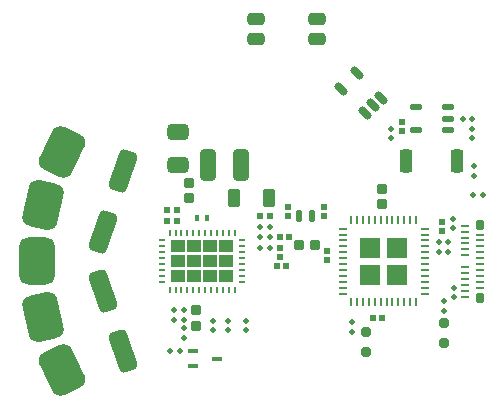
<source format=gtp>
G04*
G04 #@! TF.GenerationSoftware,Altium Limited,Altium Designer,21.5.1 (32)*
G04*
G04 Layer_Color=8421504*
%FSLAX25Y25*%
%MOIN*%
G70*
G04*
G04 #@! TF.SameCoordinates,FF93E5F0-650B-4124-AEF6-32342CE94767*
G04*
G04*
G04 #@! TF.FilePolarity,Positive*
G04*
G01*
G75*
%ADD15R,0.06536X0.06536*%
%ADD16R,0.04528X0.04134*%
G04:AMPARAMS|DCode=17|XSize=35.43mil|YSize=33.47mil|CornerRadius=8.37mil|HoleSize=0mil|Usage=FLASHONLY|Rotation=180.000|XOffset=0mil|YOffset=0mil|HoleType=Round|Shape=RoundedRectangle|*
%AMROUNDEDRECTD17*
21,1,0.03543,0.01673,0,0,180.0*
21,1,0.01870,0.03347,0,0,180.0*
1,1,0.01673,-0.00935,0.00837*
1,1,0.01673,0.00935,0.00837*
1,1,0.01673,0.00935,-0.00837*
1,1,0.01673,-0.00935,-0.00837*
%
%ADD17ROUNDEDRECTD17*%
G04:AMPARAMS|DCode=18|XSize=21.26mil|YSize=22.84mil|CornerRadius=5.32mil|HoleSize=0mil|Usage=FLASHONLY|Rotation=0.000|XOffset=0mil|YOffset=0mil|HoleType=Round|Shape=RoundedRectangle|*
%AMROUNDEDRECTD18*
21,1,0.02126,0.01221,0,0,0.0*
21,1,0.01063,0.02284,0,0,0.0*
1,1,0.01063,0.00532,-0.00610*
1,1,0.01063,-0.00532,-0.00610*
1,1,0.01063,-0.00532,0.00610*
1,1,0.01063,0.00532,0.00610*
%
%ADD18ROUNDEDRECTD18*%
G04:AMPARAMS|DCode=19|XSize=21.26mil|YSize=22.84mil|CornerRadius=5.32mil|HoleSize=0mil|Usage=FLASHONLY|Rotation=270.000|XOffset=0mil|YOffset=0mil|HoleType=Round|Shape=RoundedRectangle|*
%AMROUNDEDRECTD19*
21,1,0.02126,0.01221,0,0,270.0*
21,1,0.01063,0.02284,0,0,270.0*
1,1,0.01063,-0.00610,-0.00532*
1,1,0.01063,-0.00610,0.00532*
1,1,0.01063,0.00610,0.00532*
1,1,0.01063,0.00610,-0.00532*
%
%ADD19ROUNDEDRECTD19*%
G04:AMPARAMS|DCode=20|XSize=35.43mil|YSize=33.47mil|CornerRadius=8.37mil|HoleSize=0mil|Usage=FLASHONLY|Rotation=90.000|XOffset=0mil|YOffset=0mil|HoleType=Round|Shape=RoundedRectangle|*
%AMROUNDEDRECTD20*
21,1,0.03543,0.01673,0,0,90.0*
21,1,0.01870,0.03347,0,0,90.0*
1,1,0.01673,0.00837,0.00935*
1,1,0.01673,0.00837,-0.00935*
1,1,0.01673,-0.00837,-0.00935*
1,1,0.01673,-0.00837,0.00935*
%
%ADD20ROUNDEDRECTD20*%
G04:AMPARAMS|DCode=21|XSize=31.5mil|YSize=31.5mil|CornerRadius=7.87mil|HoleSize=0mil|Usage=FLASHONLY|Rotation=90.000|XOffset=0mil|YOffset=0mil|HoleType=Round|Shape=RoundedRectangle|*
%AMROUNDEDRECTD21*
21,1,0.03150,0.01575,0,0,90.0*
21,1,0.01575,0.03150,0,0,90.0*
1,1,0.01575,0.00787,0.00787*
1,1,0.01575,0.00787,-0.00787*
1,1,0.01575,-0.00787,-0.00787*
1,1,0.01575,-0.00787,0.00787*
%
%ADD21ROUNDEDRECTD21*%
G04:AMPARAMS|DCode=22|XSize=17.72mil|YSize=17.72mil|CornerRadius=4.43mil|HoleSize=0mil|Usage=FLASHONLY|Rotation=0.000|XOffset=0mil|YOffset=0mil|HoleType=Round|Shape=RoundedRectangle|*
%AMROUNDEDRECTD22*
21,1,0.01772,0.00886,0,0,0.0*
21,1,0.00886,0.01772,0,0,0.0*
1,1,0.00886,0.00443,-0.00443*
1,1,0.00886,-0.00443,-0.00443*
1,1,0.00886,-0.00443,0.00443*
1,1,0.00886,0.00443,0.00443*
%
%ADD22ROUNDEDRECTD22*%
G04:AMPARAMS|DCode=23|XSize=39.37mil|YSize=57.09mil|CornerRadius=9.84mil|HoleSize=0mil|Usage=FLASHONLY|Rotation=90.000|XOffset=0mil|YOffset=0mil|HoleType=Round|Shape=RoundedRectangle|*
%AMROUNDEDRECTD23*
21,1,0.03937,0.03740,0,0,90.0*
21,1,0.01968,0.05709,0,0,90.0*
1,1,0.01968,0.01870,0.00984*
1,1,0.01968,0.01870,-0.00984*
1,1,0.01968,-0.01870,-0.00984*
1,1,0.01968,-0.01870,0.00984*
%
%ADD23ROUNDEDRECTD23*%
%ADD24O,0.03300X0.00542*%
%ADD25O,0.00542X0.03300*%
G04:AMPARAMS|DCode=26|XSize=19.68mil|YSize=39.37mil|CornerRadius=4.92mil|HoleSize=0mil|Usage=FLASHONLY|Rotation=0.000|XOffset=0mil|YOffset=0mil|HoleType=Round|Shape=RoundedRectangle|*
%AMROUNDEDRECTD26*
21,1,0.01968,0.02953,0,0,0.0*
21,1,0.00984,0.03937,0,0,0.0*
1,1,0.00984,0.00492,-0.01476*
1,1,0.00984,-0.00492,-0.01476*
1,1,0.00984,-0.00492,0.01476*
1,1,0.00984,0.00492,0.01476*
%
%ADD26ROUNDEDRECTD26*%
G04:AMPARAMS|DCode=27|XSize=7.87mil|YSize=23.62mil|CornerRadius=0.98mil|HoleSize=0mil|Usage=FLASHONLY|Rotation=90.000|XOffset=0mil|YOffset=0mil|HoleType=Round|Shape=RoundedRectangle|*
%AMROUNDEDRECTD27*
21,1,0.00787,0.02165,0,0,90.0*
21,1,0.00591,0.02362,0,0,90.0*
1,1,0.00197,0.01083,0.00295*
1,1,0.00197,0.01083,-0.00295*
1,1,0.00197,-0.01083,-0.00295*
1,1,0.00197,-0.01083,0.00295*
%
%ADD27ROUNDEDRECTD27*%
G04:AMPARAMS|DCode=28|XSize=35.43mil|YSize=23.62mil|CornerRadius=4.92mil|HoleSize=0mil|Usage=FLASHONLY|Rotation=90.000|XOffset=0mil|YOffset=0mil|HoleType=Round|Shape=RoundedRectangle|*
%AMROUNDEDRECTD28*
21,1,0.03543,0.01378,0,0,90.0*
21,1,0.02559,0.02362,0,0,90.0*
1,1,0.00984,0.00689,0.01280*
1,1,0.00984,0.00689,-0.01280*
1,1,0.00984,-0.00689,-0.01280*
1,1,0.00984,-0.00689,0.01280*
%
%ADD28ROUNDEDRECTD28*%
G04:AMPARAMS|DCode=29|XSize=17.72mil|YSize=17.72mil|CornerRadius=4.43mil|HoleSize=0mil|Usage=FLASHONLY|Rotation=90.000|XOffset=0mil|YOffset=0mil|HoleType=Round|Shape=RoundedRectangle|*
%AMROUNDEDRECTD29*
21,1,0.01772,0.00886,0,0,90.0*
21,1,0.00886,0.01772,0,0,90.0*
1,1,0.00886,0.00443,0.00443*
1,1,0.00886,0.00443,-0.00443*
1,1,0.00886,-0.00443,-0.00443*
1,1,0.00886,-0.00443,0.00443*
%
%ADD29ROUNDEDRECTD29*%
%ADD30O,0.00591X0.02559*%
%ADD31O,0.02559X0.00591*%
G04:AMPARAMS|DCode=32|XSize=15.75mil|YSize=19.68mil|CornerRadius=3.94mil|HoleSize=0mil|Usage=FLASHONLY|Rotation=180.000|XOffset=0mil|YOffset=0mil|HoleType=Round|Shape=RoundedRectangle|*
%AMROUNDEDRECTD32*
21,1,0.01575,0.01181,0,0,180.0*
21,1,0.00787,0.01968,0,0,180.0*
1,1,0.00787,-0.00394,0.00591*
1,1,0.00787,0.00394,0.00591*
1,1,0.00787,0.00394,-0.00591*
1,1,0.00787,-0.00394,-0.00591*
%
%ADD32ROUNDEDRECTD32*%
G04:AMPARAMS|DCode=33|XSize=53.33mil|YSize=71.11mil|CornerRadius=13.33mil|HoleSize=0mil|Usage=FLASHONLY|Rotation=270.000|XOffset=0mil|YOffset=0mil|HoleType=Round|Shape=RoundedRectangle|*
%AMROUNDEDRECTD33*
21,1,0.05333,0.04444,0,0,270.0*
21,1,0.02667,0.07111,0,0,270.0*
1,1,0.02667,-0.02222,-0.01333*
1,1,0.02667,-0.02222,0.01333*
1,1,0.02667,0.02222,0.01333*
1,1,0.02667,0.02222,-0.01333*
%
%ADD33ROUNDEDRECTD33*%
G04:AMPARAMS|DCode=34|XSize=41.34mil|YSize=62.99mil|CornerRadius=10.34mil|HoleSize=0mil|Usage=FLASHONLY|Rotation=0.000|XOffset=0mil|YOffset=0mil|HoleType=Round|Shape=RoundedRectangle|*
%AMROUNDEDRECTD34*
21,1,0.04134,0.04232,0,0,0.0*
21,1,0.02067,0.06299,0,0,0.0*
1,1,0.02067,0.01034,-0.02116*
1,1,0.02067,-0.01034,-0.02116*
1,1,0.02067,-0.01034,0.02116*
1,1,0.02067,0.01034,0.02116*
%
%ADD34ROUNDEDRECTD34*%
G04:AMPARAMS|DCode=35|XSize=15.75mil|YSize=33.47mil|CornerRadius=3.94mil|HoleSize=0mil|Usage=FLASHONLY|Rotation=90.000|XOffset=0mil|YOffset=0mil|HoleType=Round|Shape=RoundedRectangle|*
%AMROUNDEDRECTD35*
21,1,0.01575,0.02559,0,0,90.0*
21,1,0.00787,0.03347,0,0,90.0*
1,1,0.00787,0.01280,0.00394*
1,1,0.00787,0.01280,-0.00394*
1,1,0.00787,-0.01280,-0.00394*
1,1,0.00787,-0.01280,0.00394*
%
%ADD35ROUNDEDRECTD35*%
G04:AMPARAMS|DCode=36|XSize=107.09mil|YSize=50.79mil|CornerRadius=12.7mil|HoleSize=0mil|Usage=FLASHONLY|Rotation=270.000|XOffset=0mil|YOffset=0mil|HoleType=Round|Shape=RoundedRectangle|*
%AMROUNDEDRECTD36*
21,1,0.10709,0.02539,0,0,270.0*
21,1,0.08169,0.05079,0,0,270.0*
1,1,0.02539,-0.01270,-0.04085*
1,1,0.02539,-0.01270,0.04085*
1,1,0.02539,0.01270,0.04085*
1,1,0.02539,0.01270,-0.04085*
%
%ADD36ROUNDEDRECTD36*%
G04:AMPARAMS|DCode=37|XSize=76.77mil|YSize=43.31mil|CornerRadius=10.83mil|HoleSize=0mil|Usage=FLASHONLY|Rotation=90.000|XOffset=0mil|YOffset=0mil|HoleType=Round|Shape=RoundedRectangle|*
%AMROUNDEDRECTD37*
21,1,0.07677,0.02165,0,0,90.0*
21,1,0.05512,0.04331,0,0,90.0*
1,1,0.02165,0.01083,0.02756*
1,1,0.02165,0.01083,-0.02756*
1,1,0.02165,-0.01083,-0.02756*
1,1,0.02165,-0.01083,0.02756*
%
%ADD37ROUNDEDRECTD37*%
G04:AMPARAMS|DCode=38|XSize=21.65mil|YSize=37.4mil|CornerRadius=5.41mil|HoleSize=0mil|Usage=FLASHONLY|Rotation=270.000|XOffset=0mil|YOffset=0mil|HoleType=Round|Shape=RoundedRectangle|*
%AMROUNDEDRECTD38*
21,1,0.02165,0.02657,0,0,270.0*
21,1,0.01083,0.03740,0,0,270.0*
1,1,0.01083,-0.01329,-0.00541*
1,1,0.01083,-0.01329,0.00541*
1,1,0.01083,0.01329,0.00541*
1,1,0.01083,0.01329,-0.00541*
%
%ADD38ROUNDEDRECTD38*%
G04:AMPARAMS|DCode=39|XSize=25.59mil|YSize=47.24mil|CornerRadius=6.4mil|HoleSize=0mil|Usage=FLASHONLY|Rotation=225.000|XOffset=0mil|YOffset=0mil|HoleType=Round|Shape=RoundedRectangle|*
%AMROUNDEDRECTD39*
21,1,0.02559,0.03445,0,0,225.0*
21,1,0.01280,0.04724,0,0,225.0*
1,1,0.01280,-0.01670,0.00766*
1,1,0.01280,-0.00766,0.01670*
1,1,0.01280,0.01670,-0.00766*
1,1,0.01280,0.00766,-0.01670*
%
%ADD39ROUNDEDRECTD39*%
G04:AMPARAMS|DCode=40|XSize=157.48mil|YSize=118.11mil|CornerRadius=29.53mil|HoleSize=0mil|Usage=FLASHONLY|Rotation=244.000|XOffset=0mil|YOffset=0mil|HoleType=Round|Shape=RoundedRectangle|*
%AMROUNDEDRECTD40*
21,1,0.15748,0.05906,0,0,244.0*
21,1,0.09843,0.11811,0,0,244.0*
1,1,0.05906,-0.04811,-0.03129*
1,1,0.05906,-0.00497,0.05718*
1,1,0.05906,0.04811,0.03129*
1,1,0.05906,0.00497,-0.05718*
%
%ADD40ROUNDEDRECTD40*%
G04:AMPARAMS|DCode=41|XSize=157.48mil|YSize=118.11mil|CornerRadius=29.53mil|HoleSize=0mil|Usage=FLASHONLY|Rotation=257.000|XOffset=0mil|YOffset=0mil|HoleType=Round|Shape=RoundedRectangle|*
%AMROUNDEDRECTD41*
21,1,0.15748,0.05906,0,0,257.0*
21,1,0.09843,0.11811,0,0,257.0*
1,1,0.05906,-0.03984,-0.04131*
1,1,0.05906,-0.01770,0.05459*
1,1,0.05906,0.03984,0.04131*
1,1,0.05906,0.01770,-0.05459*
%
%ADD41ROUNDEDRECTD41*%
G04:AMPARAMS|DCode=42|XSize=157.48mil|YSize=118.11mil|CornerRadius=29.53mil|HoleSize=0mil|Usage=FLASHONLY|Rotation=270.000|XOffset=0mil|YOffset=0mil|HoleType=Round|Shape=RoundedRectangle|*
%AMROUNDEDRECTD42*
21,1,0.15748,0.05906,0,0,270.0*
21,1,0.09843,0.11811,0,0,270.0*
1,1,0.05906,-0.02953,-0.04921*
1,1,0.05906,-0.02953,0.04921*
1,1,0.05906,0.02953,0.04921*
1,1,0.05906,0.02953,-0.04921*
%
%ADD42ROUNDEDRECTD42*%
G04:AMPARAMS|DCode=43|XSize=157.48mil|YSize=118.11mil|CornerRadius=29.53mil|HoleSize=0mil|Usage=FLASHONLY|Rotation=283.000|XOffset=0mil|YOffset=0mil|HoleType=Round|Shape=RoundedRectangle|*
%AMROUNDEDRECTD43*
21,1,0.15748,0.05906,0,0,283.0*
21,1,0.09843,0.11811,0,0,283.0*
1,1,0.05906,-0.01770,-0.05459*
1,1,0.05906,-0.03984,0.04131*
1,1,0.05906,0.01770,0.05459*
1,1,0.05906,0.03984,-0.04131*
%
%ADD43ROUNDEDRECTD43*%
G04:AMPARAMS|DCode=44|XSize=157.48mil|YSize=118.11mil|CornerRadius=29.53mil|HoleSize=0mil|Usage=FLASHONLY|Rotation=296.000|XOffset=0mil|YOffset=0mil|HoleType=Round|Shape=RoundedRectangle|*
%AMROUNDEDRECTD44*
21,1,0.15748,0.05906,0,0,296.0*
21,1,0.09843,0.11811,0,0,296.0*
1,1,0.05906,-0.00497,-0.05718*
1,1,0.05906,-0.04811,0.03129*
1,1,0.05906,0.00497,0.05718*
1,1,0.05906,0.04811,-0.03129*
%
%ADD44ROUNDEDRECTD44*%
G04:AMPARAMS|DCode=45|XSize=62.99mil|YSize=139.76mil|CornerRadius=15.75mil|HoleSize=0mil|Usage=FLASHONLY|Rotation=341.000|XOffset=0mil|YOffset=0mil|HoleType=Round|Shape=RoundedRectangle|*
%AMROUNDEDRECTD45*
21,1,0.06299,0.10827,0,0,341.0*
21,1,0.03150,0.13976,0,0,341.0*
1,1,0.03150,-0.00273,-0.05631*
1,1,0.03150,-0.03251,-0.04606*
1,1,0.03150,0.00273,0.05631*
1,1,0.03150,0.03251,0.04606*
%
%ADD45ROUNDEDRECTD45*%
G04:AMPARAMS|DCode=46|XSize=62.99mil|YSize=139.76mil|CornerRadius=15.75mil|HoleSize=0mil|Usage=FLASHONLY|Rotation=19.000|XOffset=0mil|YOffset=0mil|HoleType=Round|Shape=RoundedRectangle|*
%AMROUNDEDRECTD46*
21,1,0.06299,0.10827,0,0,19.0*
21,1,0.03150,0.13976,0,0,19.0*
1,1,0.03150,0.03251,-0.04606*
1,1,0.03150,0.00273,-0.05631*
1,1,0.03150,-0.03251,0.04606*
1,1,0.03150,-0.00273,0.05631*
%
%ADD46ROUNDEDRECTD46*%
D15*
X27966Y4534D02*
D03*
X37034D02*
D03*
X27966Y-4534D02*
D03*
X37034D02*
D03*
D16*
X-20027Y-4921D02*
D03*
X-20028Y-0D02*
D03*
X-20027Y4921D02*
D03*
X-25342D02*
D03*
X-25343Y-0D02*
D03*
X-25342Y-4921D02*
D03*
X-30657D02*
D03*
X-30658Y-0D02*
D03*
X-30657Y4921D02*
D03*
X-35972D02*
D03*
X-35973Y-0D02*
D03*
X-35972Y-4921D02*
D03*
D17*
X32000Y24059D02*
D03*
Y18941D02*
D03*
X-32500Y26059D02*
D03*
Y20941D02*
D03*
X-30000Y-16441D02*
D03*
Y-21559D02*
D03*
D18*
X13500Y465D02*
D03*
Y3535D02*
D03*
X52000Y13035D02*
D03*
Y9965D02*
D03*
X12500Y14965D02*
D03*
Y18035D02*
D03*
X500Y14965D02*
D03*
Y18035D02*
D03*
X-2000Y4535D02*
D03*
Y1465D02*
D03*
X38500Y43465D02*
D03*
Y46535D02*
D03*
D19*
X28965Y-19000D02*
D03*
X32035D02*
D03*
X-2035Y8000D02*
D03*
X1035D02*
D03*
X-5465Y15000D02*
D03*
X-8535D02*
D03*
X-36465Y13500D02*
D03*
X-39535D02*
D03*
X-36465Y17000D02*
D03*
X-39535D02*
D03*
X-3035Y-1500D02*
D03*
X35D02*
D03*
D20*
X9559Y5500D02*
D03*
X4441D02*
D03*
D21*
X52500Y-27248D02*
D03*
Y-20752D02*
D03*
X26500Y-30248D02*
D03*
Y-23752D02*
D03*
D22*
X52500Y-13425D02*
D03*
Y-16575D02*
D03*
X-37500Y-19575D02*
D03*
Y-16425D02*
D03*
X-13500Y-23075D02*
D03*
Y-19925D02*
D03*
X55500Y14075D02*
D03*
Y10925D02*
D03*
X56000Y-8925D02*
D03*
Y-12075D02*
D03*
X-24500Y-23075D02*
D03*
Y-19925D02*
D03*
X-19500Y-23075D02*
D03*
Y-19925D02*
D03*
X-34000Y-16425D02*
D03*
Y-19575D02*
D03*
Y-22425D02*
D03*
Y-25575D02*
D03*
X22000Y-23500D02*
D03*
Y-20350D02*
D03*
X62500Y28425D02*
D03*
Y31575D02*
D03*
X35000Y44075D02*
D03*
Y40925D02*
D03*
X62000Y44075D02*
D03*
Y40925D02*
D03*
D23*
X10138Y80847D02*
D03*
Y74154D02*
D03*
X-10138Y80847D02*
D03*
Y74154D02*
D03*
D24*
X18856Y6890D02*
D03*
Y2953D02*
D03*
Y984D02*
D03*
Y-984D02*
D03*
Y-2953D02*
D03*
Y-4921D02*
D03*
Y-6890D02*
D03*
Y-8858D02*
D03*
Y-10827D02*
D03*
X46144D02*
D03*
Y-8858D02*
D03*
Y-6890D02*
D03*
Y-4921D02*
D03*
Y-2953D02*
D03*
Y-984D02*
D03*
Y984D02*
D03*
Y2953D02*
D03*
Y4921D02*
D03*
Y6890D02*
D03*
Y8858D02*
D03*
Y10827D02*
D03*
X18856Y8858D02*
D03*
Y4921D02*
D03*
Y10827D02*
D03*
D25*
X21673Y-13644D02*
D03*
X23642D02*
D03*
X25610D02*
D03*
X27579D02*
D03*
X29547D02*
D03*
X31516D02*
D03*
X33484D02*
D03*
X35453D02*
D03*
X37421D02*
D03*
X39390D02*
D03*
X41358D02*
D03*
X43327D02*
D03*
Y13644D02*
D03*
X41358D02*
D03*
X39390D02*
D03*
X37421D02*
D03*
X35453D02*
D03*
X33484D02*
D03*
X31516D02*
D03*
X29547D02*
D03*
X27579D02*
D03*
X25610D02*
D03*
X23642D02*
D03*
X21673D02*
D03*
D26*
X4335Y15000D02*
D03*
X8665D02*
D03*
D27*
X59658Y-11811D02*
D03*
Y-9843D02*
D03*
Y-7874D02*
D03*
Y-5906D02*
D03*
Y-3937D02*
D03*
Y-1969D02*
D03*
Y1969D02*
D03*
Y3937D02*
D03*
Y5906D02*
D03*
Y7874D02*
D03*
Y9843D02*
D03*
Y11811D02*
D03*
X64776Y8858D02*
D03*
Y6890D02*
D03*
Y4921D02*
D03*
Y2953D02*
D03*
Y984D02*
D03*
Y-984D02*
D03*
Y-2953D02*
D03*
Y-4921D02*
D03*
Y-6890D02*
D03*
Y-8858D02*
D03*
D28*
Y-12205D02*
D03*
Y12205D02*
D03*
D29*
X50925Y3000D02*
D03*
X54075D02*
D03*
X50925Y6500D02*
D03*
X54075D02*
D03*
X-8575Y11500D02*
D03*
X-5425D02*
D03*
X-8575Y8000D02*
D03*
X-5425D02*
D03*
X-8575Y4500D02*
D03*
X-5425D02*
D03*
X-35425Y-30000D02*
D03*
X-38575D02*
D03*
X65575Y22000D02*
D03*
X62425D02*
D03*
X62075Y47500D02*
D03*
X58925D02*
D03*
D30*
X-17173Y9449D02*
D03*
X-19142D02*
D03*
X-21110D02*
D03*
X-23079D02*
D03*
X-25047D02*
D03*
X-27016D02*
D03*
X-28984D02*
D03*
X-30953D02*
D03*
X-32921D02*
D03*
X-34890D02*
D03*
X-36858D02*
D03*
X-38827D02*
D03*
Y-9449D02*
D03*
X-36858D02*
D03*
X-34890D02*
D03*
X-32921D02*
D03*
X-30953D02*
D03*
X-28984D02*
D03*
X-27016D02*
D03*
X-25047D02*
D03*
X-23079D02*
D03*
X-21110D02*
D03*
X-19142D02*
D03*
X-17173D02*
D03*
D31*
X-41386Y6890D02*
D03*
Y4921D02*
D03*
Y2953D02*
D03*
Y984D02*
D03*
Y-984D02*
D03*
Y-2953D02*
D03*
Y-4921D02*
D03*
Y-6890D02*
D03*
X-14614D02*
D03*
Y-4921D02*
D03*
Y-2953D02*
D03*
Y-984D02*
D03*
Y984D02*
D03*
Y2953D02*
D03*
Y4921D02*
D03*
Y6890D02*
D03*
D32*
X-26425Y14500D02*
D03*
X-29575D02*
D03*
D33*
X-36000Y42917D02*
D03*
Y32083D02*
D03*
D34*
X-5693Y21000D02*
D03*
X-17307D02*
D03*
D35*
X-31134Y-29941D02*
D03*
Y-35059D02*
D03*
X-22866Y-32500D02*
D03*
D36*
X-26032Y32000D02*
D03*
X-14968D02*
D03*
D37*
X40035Y33500D02*
D03*
X56965D02*
D03*
D38*
X53815Y43760D02*
D03*
Y47500D02*
D03*
Y51240D02*
D03*
X43185D02*
D03*
Y43760D02*
D03*
D39*
X26461Y49249D02*
D03*
X29106Y51894D02*
D03*
X31751Y54539D02*
D03*
X23539Y62751D02*
D03*
X18249Y57462D02*
D03*
D40*
X-74600Y36385D02*
D03*
D41*
X-80873Y18671D02*
D03*
D42*
X-83000Y0D02*
D03*
D43*
X-80873Y-18671D02*
D03*
D44*
X-74600Y-36385D02*
D03*
D45*
X-54216Y29910D02*
D03*
X-61137Y9809D02*
D03*
D46*
Y-9809D02*
D03*
X-54216Y-29910D02*
D03*
M02*

</source>
